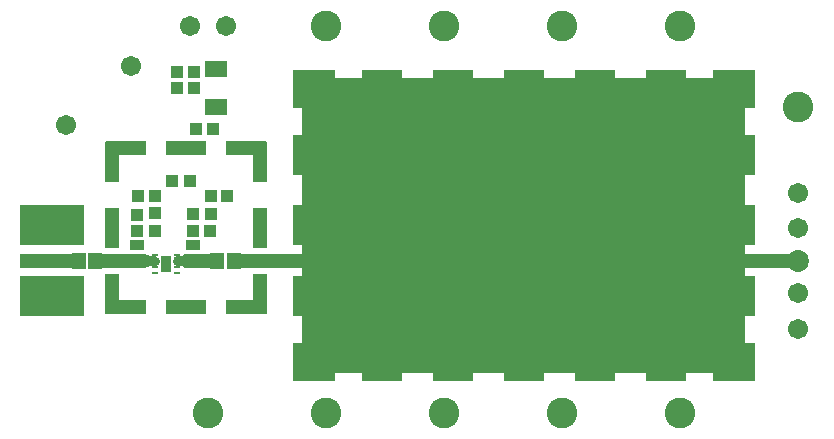
<source format=gts>
G04*
G04 #@! TF.GenerationSoftware,Altium Limited,Altium Designer,21.7.2 (23)*
G04*
G04 Layer_Color=8388736*
%FSLAX43Y43*%
%MOMM*%
G71*
G04*
G04 #@! TF.SameCoordinates,5998CA45-D286-49D3-9E6F-6FB49040685C*
G04*
G04*
G04 #@! TF.FilePolarity,Negative*
G04*
G01*
G75*
%ADD14R,5.425X3.500*%
%ADD15R,0.556X0.179*%
%ADD16R,1.003X1.103*%
%ADD17R,4.242X3.492*%
%ADD18R,1.223X0.843*%
%ADD19R,1.528X1.148*%
%ADD20R,1.103X1.003*%
%ADD21R,1.903X1.453*%
%ADD22R,1.308X1.408*%
%ADD23R,0.813X1.397*%
%ADD24R,1.203X3.253*%
%ADD25R,1.203X3.503*%
%ADD26R,3.503X1.203*%
%ADD27C,0.703*%
%ADD28R,3.603X1.203*%
%ADD29R,3.049X1.144*%
%ADD30C,1.020*%
%ADD31C,0.762*%
%ADD32C,1.143*%
%ADD33C,0.600*%
%ADD34C,1.703*%
%ADD35C,2.603*%
%ADD36C,1.858*%
G36*
X97024Y75726D02*
X97031Y75726D01*
X97035Y75726D01*
X97040Y75726D01*
X97046Y75725D01*
X97053Y75724D01*
X97057Y75724D01*
X97062Y75723D01*
X97068Y75722D01*
X97074Y75720D01*
X97079Y75719D01*
X97084Y75718D01*
X97090Y75716D01*
X97096Y75715D01*
X97100Y75713D01*
X97105Y75711D01*
X97111Y75709D01*
X97117Y75707D01*
X97121Y75705D01*
X97125Y75703D01*
X97131Y75700D01*
X97137Y75697D01*
X97141Y75695D01*
X97145Y75693D01*
X97150Y75689D01*
X97156Y75686D01*
X97160Y75683D01*
X97164Y75681D01*
X97169Y75677D01*
X97174Y75673D01*
X97178Y75670D01*
X97181Y75667D01*
X97186Y75663D01*
X97191Y75659D01*
X97194Y75656D01*
X97198Y75652D01*
X97202Y75648D01*
X97206Y75643D01*
X97210Y75639D01*
X97213Y75636D01*
X97217Y75631D01*
X97221Y75626D01*
X97223Y75622D01*
X97226Y75618D01*
X97230Y75613D01*
X97233Y75608D01*
X97236Y75604D01*
X97238Y75600D01*
X97241Y75594D01*
X97244Y75589D01*
X97246Y75584D01*
X97248Y75580D01*
X97251Y75574D01*
X97253Y75568D01*
X97255Y75564D01*
X97257Y75559D01*
X97259Y75553D01*
X97261Y75547D01*
X97262Y75543D01*
X97264Y75538D01*
X97265Y75532D01*
X97267Y75526D01*
X97267Y75521D01*
X97268Y75517D01*
X97269Y75510D01*
X97270Y75504D01*
X97271Y75499D01*
X97271Y75495D01*
X97271Y75488D01*
X97272Y75482D01*
X97272Y75477D01*
X97272Y75473D01*
Y74527D01*
X97272Y74523D01*
X97272Y74518D01*
X97271Y74512D01*
X97271Y74505D01*
X97271Y74501D01*
X97270Y74496D01*
X97269Y74490D01*
X97268Y74483D01*
X97267Y74479D01*
X97267Y74474D01*
X97265Y74468D01*
X97264Y74462D01*
X97262Y74457D01*
X97261Y74453D01*
X97259Y74447D01*
X97257Y74441D01*
X97255Y74436D01*
X97253Y74432D01*
X97251Y74426D01*
X97248Y74420D01*
X97246Y74416D01*
X97244Y74411D01*
X97241Y74406D01*
X97238Y74400D01*
X97236Y74396D01*
X97233Y74392D01*
X97230Y74387D01*
X97226Y74382D01*
X97223Y74378D01*
X97221Y74374D01*
X97217Y74369D01*
X97213Y74364D01*
X97209Y74361D01*
X97206Y74357D01*
X97202Y74352D01*
X97198Y74348D01*
X97194Y74344D01*
X97191Y74341D01*
X97186Y74337D01*
X97181Y74333D01*
X97178Y74330D01*
X97174Y74327D01*
X97169Y74323D01*
X97164Y74319D01*
X97160Y74317D01*
X97156Y74314D01*
X97150Y74311D01*
X97145Y74307D01*
X97141Y74305D01*
X97137Y74303D01*
X97131Y74300D01*
X97125Y74297D01*
X97121Y74295D01*
X97117Y74293D01*
X97111Y74291D01*
X97105Y74289D01*
X97100Y74287D01*
X97096Y74285D01*
X97090Y74284D01*
X97084Y74282D01*
X97079Y74281D01*
X97074Y74280D01*
X97068Y74278D01*
X97062Y74277D01*
X97057Y74276D01*
X97053Y74276D01*
X97046Y74275D01*
X97040Y74274D01*
X97035Y74274D01*
X97031Y74274D01*
X97024Y74274D01*
X97018Y74273D01*
X97013Y74273D01*
X97008Y74273D01*
X97002Y74274D01*
X96996Y74274D01*
X96991Y74275D01*
X96986Y74275D01*
X96980Y74276D01*
X96974Y74277D01*
X96969Y74278D01*
X96964Y74279D01*
X96958Y74281D01*
X96952Y74282D01*
X96948Y74283D01*
X96943Y74285D01*
X96937Y74287D01*
X96931Y74289D01*
X96927Y74290D01*
X96922Y74292D01*
X96916Y74295D01*
X96911Y74297D01*
X96906Y74299D01*
X96902Y74301D01*
X96896Y74304D01*
X96891Y74307D01*
X96887Y74310D01*
X96883Y74312D01*
X96877Y74316D01*
X96872Y74319D01*
X96868Y74322D01*
X96864Y74325D01*
X96860Y74329D01*
X96855Y74333D01*
X96851Y74336D01*
X96847Y74339D01*
X96826Y74359D01*
X96812Y74369D01*
X96793Y74379D01*
X96769Y74390D01*
X96739Y74400D01*
X96703Y74409D01*
X96661Y74417D01*
X96613Y74423D01*
X96559Y74427D01*
X96494Y74428D01*
X96485Y74429D01*
X96477Y74429D01*
X96474Y74430D01*
X96472Y74430D01*
X96463Y74431D01*
X96455Y74432D01*
X96452Y74433D01*
X96450Y74433D01*
X96442Y74435D01*
X96434Y74437D01*
X96431Y74438D01*
X96428Y74438D01*
X96420Y74441D01*
X96412Y74444D01*
X96410Y74445D01*
X96407Y74446D01*
X96400Y74449D01*
X96392Y74452D01*
X96389Y74453D01*
X96387Y74454D01*
X96380Y74458D01*
X96372Y74462D01*
X96370Y74464D01*
X96367Y74465D01*
X96360Y74470D01*
X96354Y74474D01*
X96351Y74476D01*
X96349Y74477D01*
X96342Y74483D01*
X96336Y74488D01*
X96334Y74490D01*
X96332Y74491D01*
X96326Y74497D01*
X96320Y74503D01*
X96318Y74505D01*
X96316Y74507D01*
X96310Y74513D01*
X96305Y74519D01*
X96303Y74521D01*
X96301Y74523D01*
X96296Y74530D01*
X96291Y74537D01*
X96290Y74539D01*
X96288Y74541D01*
X96284Y74548D01*
X96279Y74555D01*
X96278Y74558D01*
X96276Y74560D01*
X96273Y74568D01*
X96269Y74575D01*
X96268Y74578D01*
X96267Y74580D01*
X96264Y74588D01*
X96260Y74596D01*
X96260Y74598D01*
X96259Y74601D01*
X96256Y74609D01*
X96254Y74617D01*
X96253Y74619D01*
X96252Y74622D01*
X96251Y74630D01*
X96249Y74638D01*
X96249Y74641D01*
X96248Y74644D01*
X96247Y74652D01*
X96246Y74660D01*
X96246Y74663D01*
X96246Y74666D01*
X96245Y74674D01*
X96245Y74683D01*
Y75317D01*
X96245Y75326D01*
X96246Y75334D01*
X96246Y75337D01*
X96246Y75340D01*
X96247Y75348D01*
X96248Y75356D01*
X96249Y75359D01*
X96249Y75362D01*
X96251Y75370D01*
X96252Y75378D01*
X96253Y75381D01*
X96254Y75383D01*
X96256Y75391D01*
X96259Y75399D01*
X96260Y75402D01*
X96260Y75404D01*
X96264Y75412D01*
X96267Y75420D01*
X96268Y75422D01*
X96269Y75425D01*
X96273Y75432D01*
X96276Y75440D01*
X96278Y75442D01*
X96279Y75445D01*
X96284Y75452D01*
X96288Y75459D01*
X96290Y75461D01*
X96291Y75463D01*
X96296Y75470D01*
X96301Y75477D01*
X96303Y75479D01*
X96305Y75481D01*
X96310Y75487D01*
X96316Y75493D01*
X96318Y75495D01*
X96320Y75497D01*
X96326Y75503D01*
X96332Y75509D01*
X96334Y75510D01*
X96336Y75512D01*
X96343Y75517D01*
X96349Y75523D01*
X96351Y75524D01*
X96354Y75526D01*
X96361Y75530D01*
X96367Y75535D01*
X96370Y75536D01*
X96372Y75538D01*
X96380Y75542D01*
X96387Y75546D01*
X96389Y75547D01*
X96392Y75548D01*
X96400Y75551D01*
X96407Y75554D01*
X96410Y75555D01*
X96412Y75556D01*
X96420Y75559D01*
X96428Y75562D01*
X96431Y75562D01*
X96434Y75563D01*
X96442Y75565D01*
X96450Y75567D01*
X96452Y75567D01*
X96455Y75568D01*
X96463Y75569D01*
X96472Y75570D01*
X96474Y75570D01*
X96477Y75571D01*
X96485Y75571D01*
X96494Y75572D01*
X96556Y75573D01*
X96665Y75583D01*
X96703Y75591D01*
X96739Y75600D01*
X96769Y75610D01*
X96793Y75621D01*
X96812Y75631D01*
X96826Y75641D01*
X96847Y75661D01*
X96851Y75664D01*
X96855Y75667D01*
X96860Y75671D01*
X96864Y75675D01*
X96868Y75678D01*
X96872Y75681D01*
X96877Y75684D01*
X96883Y75688D01*
X96887Y75690D01*
X96891Y75693D01*
X96896Y75696D01*
X96902Y75699D01*
X96906Y75701D01*
X96911Y75703D01*
X96916Y75705D01*
X96922Y75708D01*
X96927Y75710D01*
X96931Y75711D01*
X96937Y75713D01*
X96943Y75715D01*
X96948Y75717D01*
X96952Y75718D01*
X96958Y75719D01*
X96964Y75721D01*
X96969Y75722D01*
X96974Y75723D01*
X96980Y75724D01*
X96986Y75725D01*
X96991Y75725D01*
X96996Y75726D01*
X97002Y75726D01*
X97008Y75727D01*
X97013Y75727D01*
X97018Y75727D01*
X97024Y75726D01*
D02*
G37*
G36*
X36163Y75701D02*
X36173Y75700D01*
X36174Y75700D01*
X36175Y75700D01*
X36185Y75699D01*
X36195Y75698D01*
X36196Y75697D01*
X36197Y75697D01*
X36207Y75695D01*
X36217Y75693D01*
X36218Y75693D01*
X36219Y75693D01*
X36229Y75689D01*
X36238Y75687D01*
X36239Y75686D01*
X36240Y75686D01*
X36249Y75682D01*
X36258Y75678D01*
X36259Y75678D01*
X36261Y75677D01*
X36269Y75673D01*
X36278Y75668D01*
X36279Y75668D01*
X36280Y75667D01*
X36289Y75662D01*
X36297Y75657D01*
X36298Y75656D01*
X36299Y75655D01*
X36307Y75649D01*
X36315Y75643D01*
X36316Y75642D01*
X36316Y75642D01*
X36324Y75635D01*
X36331Y75628D01*
X36332Y75628D01*
X36333Y75627D01*
X36340Y75619D01*
X36346Y75612D01*
X36347Y75611D01*
X36348Y75610D01*
X36354Y75602D01*
X36360Y75595D01*
X36361Y75594D01*
X36361Y75593D01*
X36367Y75584D01*
X36372Y75576D01*
X36373Y75575D01*
X36373Y75574D01*
X36378Y75565D01*
X36382Y75557D01*
X36383Y75555D01*
X36383Y75554D01*
X36387Y75545D01*
X36391Y75536D01*
X36391Y75535D01*
X36392Y75534D01*
X36395Y75524D01*
X36398Y75515D01*
X36398Y75514D01*
X36399Y75513D01*
X36401Y75503D01*
X36403Y75493D01*
X36403Y75492D01*
X36403Y75491D01*
X36405Y75481D01*
X36406Y75471D01*
X36406Y75470D01*
X36406Y75469D01*
X36407Y75459D01*
X36407Y75449D01*
X36407Y75448D01*
X36407Y75447D01*
Y74553D01*
X36407Y74552D01*
X36407Y74551D01*
X36407Y74541D01*
X36406Y74531D01*
X36406Y74530D01*
X36406Y74529D01*
X36405Y74519D01*
X36403Y74509D01*
X36403Y74508D01*
X36403Y74507D01*
X36401Y74497D01*
X36399Y74487D01*
X36398Y74486D01*
X36398Y74485D01*
X36395Y74476D01*
X36392Y74466D01*
X36392Y74465D01*
X36391Y74464D01*
X36387Y74455D01*
X36383Y74446D01*
X36383Y74445D01*
X36382Y74443D01*
X36378Y74435D01*
X36373Y74426D01*
X36373Y74425D01*
X36372Y74424D01*
X36367Y74416D01*
X36361Y74407D01*
X36361Y74406D01*
X36360Y74405D01*
X36354Y74398D01*
X36348Y74390D01*
X36347Y74389D01*
X36346Y74388D01*
X36340Y74381D01*
X36333Y74373D01*
X36332Y74372D01*
X36331Y74372D01*
X36324Y74365D01*
X36316Y74358D01*
X36316Y74358D01*
X36315Y74357D01*
X36307Y74351D01*
X36299Y74345D01*
X36298Y74344D01*
X36297Y74343D01*
X36289Y74338D01*
X36280Y74333D01*
X36279Y74332D01*
X36278Y74332D01*
X36269Y74327D01*
X36261Y74323D01*
X36259Y74322D01*
X36258Y74322D01*
X36249Y74318D01*
X36240Y74314D01*
X36239Y74314D01*
X36238Y74313D01*
X36228Y74310D01*
X36219Y74307D01*
X36218Y74307D01*
X36217Y74307D01*
X36207Y74305D01*
X36197Y74303D01*
X36196Y74303D01*
X36195Y74302D01*
X36185Y74301D01*
X36175Y74300D01*
X36174Y74300D01*
X36173Y74300D01*
X36163Y74299D01*
X36153Y74299D01*
X36152Y74299D01*
X36151Y74299D01*
X36141Y74299D01*
X36131Y74300D01*
X36130Y74300D01*
X36129Y74300D01*
X36119Y74301D01*
X36109Y74303D01*
X36108Y74303D01*
X36107Y74303D01*
X36097Y74305D01*
X36087Y74307D01*
X36086Y74308D01*
X36085Y74308D01*
X36076Y74311D01*
X36066Y74314D01*
X36065Y74315D01*
X36064Y74315D01*
X36055Y74319D01*
X36046Y74323D01*
X36045Y74323D01*
X36043Y74324D01*
X36035Y74328D01*
X36026Y74333D01*
X36025Y74334D01*
X36024Y74334D01*
X36016Y74339D01*
X36007Y74345D01*
X36006Y74346D01*
X36005Y74346D01*
X35998Y74352D01*
X35990Y74358D01*
X35989Y74359D01*
X35988Y74360D01*
X35981Y74367D01*
X35973Y74373D01*
X35972Y74374D01*
X35972Y74375D01*
X35965Y74382D01*
X35958Y74390D01*
X35958Y74391D01*
X35957Y74391D01*
X35951Y74399D01*
X35943Y74401D01*
X35890Y74410D01*
X35822Y74417D01*
X35631Y74427D01*
X35515Y74428D01*
X35506Y74429D01*
X35496Y74429D01*
X35495Y74429D01*
X35493Y74429D01*
X35483Y74431D01*
X35474Y74432D01*
X35473Y74432D01*
X35471Y74433D01*
X35462Y74435D01*
X35452Y74437D01*
X35451Y74437D01*
X35450Y74438D01*
X35440Y74441D01*
X35431Y74444D01*
X35430Y74444D01*
X35429Y74445D01*
X35420Y74448D01*
X35411Y74452D01*
X35409Y74453D01*
X35408Y74453D01*
X35399Y74458D01*
X35391Y74462D01*
X35390Y74463D01*
X35389Y74464D01*
X35380Y74469D01*
X35372Y74474D01*
X35371Y74475D01*
X35370Y74476D01*
X35362Y74482D01*
X35355Y74488D01*
X35354Y74489D01*
X35353Y74490D01*
X35345Y74496D01*
X35338Y74503D01*
X35337Y74504D01*
X35336Y74505D01*
X35330Y74512D01*
X35323Y74519D01*
X35322Y74520D01*
X35322Y74521D01*
X35316Y74529D01*
X35310Y74537D01*
X35309Y74538D01*
X35308Y74539D01*
X35303Y74547D01*
X35298Y74555D01*
X35297Y74557D01*
X35297Y74558D01*
X35292Y74566D01*
X35288Y74575D01*
X35287Y74576D01*
X35286Y74578D01*
X35283Y74587D01*
X35279Y74596D01*
X35279Y74597D01*
X35278Y74598D01*
X35275Y74607D01*
X35272Y74617D01*
X35272Y74618D01*
X35272Y74619D01*
X35270Y74629D01*
X35268Y74638D01*
X35267Y74640D01*
X35267Y74641D01*
X35266Y74651D01*
X35265Y74660D01*
X35265Y74662D01*
X35265Y74663D01*
X35264Y74673D01*
X35264Y74683D01*
Y75317D01*
X35264Y75327D01*
X35265Y75337D01*
X35265Y75338D01*
X35265Y75340D01*
X35266Y75349D01*
X35267Y75359D01*
X35267Y75360D01*
X35268Y75362D01*
X35270Y75371D01*
X35272Y75381D01*
X35272Y75382D01*
X35272Y75383D01*
X35275Y75393D01*
X35278Y75402D01*
X35279Y75403D01*
X35279Y75404D01*
X35283Y75413D01*
X35286Y75422D01*
X35287Y75424D01*
X35288Y75425D01*
X35292Y75434D01*
X35297Y75442D01*
X35297Y75443D01*
X35298Y75445D01*
X35303Y75453D01*
X35308Y75461D01*
X35309Y75462D01*
X35310Y75463D01*
X35316Y75471D01*
X35322Y75479D01*
X35322Y75480D01*
X35323Y75481D01*
X35330Y75488D01*
X35336Y75495D01*
X35337Y75496D01*
X35338Y75497D01*
X35345Y75504D01*
X35353Y75510D01*
X35354Y75511D01*
X35355Y75512D01*
X35362Y75518D01*
X35370Y75524D01*
X35371Y75525D01*
X35372Y75526D01*
X35380Y75531D01*
X35389Y75536D01*
X35390Y75537D01*
X35391Y75538D01*
X35399Y75542D01*
X35408Y75547D01*
X35409Y75547D01*
X35411Y75548D01*
X35420Y75552D01*
X35429Y75555D01*
X35430Y75556D01*
X35431Y75556D01*
X35440Y75559D01*
X35450Y75562D01*
X35451Y75563D01*
X35452Y75563D01*
X35462Y75565D01*
X35471Y75567D01*
X35473Y75568D01*
X35474Y75568D01*
X35483Y75569D01*
X35493Y75571D01*
X35495Y75571D01*
X35496Y75571D01*
X35506Y75571D01*
X35515Y75572D01*
X35629Y75573D01*
X35895Y75591D01*
X35943Y75599D01*
X35951Y75601D01*
X35957Y75609D01*
X35958Y75609D01*
X35958Y75610D01*
X35965Y75618D01*
X35972Y75625D01*
X35972Y75626D01*
X35973Y75627D01*
X35981Y75634D01*
X35988Y75640D01*
X35989Y75641D01*
X35990Y75642D01*
X35998Y75648D01*
X36005Y75654D01*
X36006Y75654D01*
X36007Y75655D01*
X36016Y75661D01*
X36024Y75666D01*
X36025Y75667D01*
X36026Y75667D01*
X36035Y75672D01*
X36043Y75676D01*
X36045Y75677D01*
X36046Y75677D01*
X36055Y75681D01*
X36064Y75685D01*
X36065Y75685D01*
X36066Y75686D01*
X36076Y75689D01*
X36085Y75692D01*
X36086Y75692D01*
X36087Y75693D01*
X36097Y75695D01*
X36107Y75697D01*
X36108Y75697D01*
X36109Y75697D01*
X36119Y75699D01*
X36129Y75700D01*
X36130Y75700D01*
X36131Y75700D01*
X36141Y75701D01*
X36151Y75701D01*
X36152Y75701D01*
X36153Y75701D01*
X36163Y75701D01*
D02*
G37*
G36*
X47913Y75701D02*
X47923Y75700D01*
X47924Y75700D01*
X47925Y75700D01*
X47935Y75699D01*
X47945Y75698D01*
X47946Y75697D01*
X47947Y75697D01*
X47957Y75695D01*
X47967Y75693D01*
X47968Y75693D01*
X47969Y75693D01*
X47978Y75690D01*
X47988Y75687D01*
X47989Y75686D01*
X47990Y75686D01*
X47999Y75682D01*
X48008Y75678D01*
X48009Y75678D01*
X48010Y75677D01*
X48019Y75673D01*
X48028Y75668D01*
X48029Y75668D01*
X48030Y75667D01*
X48038Y75662D01*
X48047Y75657D01*
X48048Y75656D01*
X48049Y75655D01*
X48057Y75649D01*
X48065Y75643D01*
X48066Y75642D01*
X48066Y75642D01*
X48074Y75635D01*
X48081Y75628D01*
X48082Y75628D01*
X48083Y75627D01*
X48089Y75619D01*
X48096Y75612D01*
X48097Y75611D01*
X48098Y75610D01*
X48104Y75603D01*
X48110Y75595D01*
X48111Y75594D01*
X48111Y75593D01*
X48117Y75585D01*
X48122Y75576D01*
X48123Y75575D01*
X48123Y75574D01*
X48128Y75565D01*
X48132Y75557D01*
X48133Y75555D01*
X48133Y75554D01*
X48137Y75545D01*
X48141Y75536D01*
X48141Y75535D01*
X48142Y75534D01*
X48145Y75524D01*
X48148Y75515D01*
X48148Y75514D01*
X48149Y75513D01*
X48151Y75503D01*
X48153Y75493D01*
X48153Y75492D01*
X48153Y75491D01*
X48155Y75482D01*
X48156Y75471D01*
X48156Y75470D01*
X48156Y75469D01*
X48157Y75459D01*
X48157Y75449D01*
X48157Y75448D01*
X48157Y75447D01*
Y74553D01*
X48157Y74552D01*
X48157Y74551D01*
X48157Y74541D01*
X48156Y74531D01*
X48156Y74530D01*
X48156Y74529D01*
X48155Y74519D01*
X48153Y74509D01*
X48153Y74508D01*
X48153Y74507D01*
X48151Y74497D01*
X48149Y74487D01*
X48148Y74486D01*
X48148Y74485D01*
X48145Y74476D01*
X48142Y74466D01*
X48141Y74465D01*
X48141Y74464D01*
X48137Y74455D01*
X48133Y74446D01*
X48133Y74445D01*
X48132Y74443D01*
X48128Y74435D01*
X48123Y74426D01*
X48123Y74425D01*
X48122Y74424D01*
X48117Y74416D01*
X48111Y74407D01*
X48111Y74406D01*
X48110Y74405D01*
X48104Y74398D01*
X48098Y74390D01*
X48097Y74389D01*
X48096Y74388D01*
X48090Y74381D01*
X48083Y74373D01*
X48082Y74372D01*
X48081Y74372D01*
X48074Y74365D01*
X48066Y74358D01*
X48066Y74358D01*
X48065Y74357D01*
X48057Y74351D01*
X48049Y74345D01*
X48048Y74344D01*
X48047Y74343D01*
X48039Y74338D01*
X48030Y74333D01*
X48029Y74332D01*
X48028Y74332D01*
X48019Y74327D01*
X48010Y74323D01*
X48009Y74322D01*
X48008Y74322D01*
X47999Y74318D01*
X47990Y74314D01*
X47989Y74314D01*
X47988Y74313D01*
X47978Y74310D01*
X47969Y74307D01*
X47968Y74307D01*
X47967Y74307D01*
X47957Y74305D01*
X47947Y74303D01*
X47946Y74303D01*
X47945Y74302D01*
X47935Y74301D01*
X47925Y74300D01*
X47924Y74300D01*
X47923Y74300D01*
X47913Y74299D01*
X47903Y74299D01*
X47902Y74299D01*
X47901Y74299D01*
X47891Y74299D01*
X47881Y74300D01*
X47880Y74300D01*
X47879Y74300D01*
X47869Y74301D01*
X47859Y74303D01*
X47858Y74303D01*
X47857Y74303D01*
X47847Y74305D01*
X47837Y74307D01*
X47836Y74308D01*
X47835Y74308D01*
X47826Y74311D01*
X47816Y74314D01*
X47815Y74315D01*
X47814Y74315D01*
X47805Y74319D01*
X47796Y74323D01*
X47795Y74323D01*
X47793Y74324D01*
X47785Y74328D01*
X47776Y74333D01*
X47775Y74333D01*
X47774Y74334D01*
X47766Y74339D01*
X47757Y74345D01*
X47756Y74345D01*
X47755Y74346D01*
X47748Y74352D01*
X47740Y74358D01*
X47739Y74359D01*
X47738Y74360D01*
X47731Y74366D01*
X47723Y74373D01*
X47722Y74374D01*
X47722Y74375D01*
X47715Y74382D01*
X47708Y74390D01*
X47708Y74391D01*
X47707Y74391D01*
X47701Y74399D01*
X47693Y74401D01*
X47640Y74410D01*
X47572Y74417D01*
X47381Y74427D01*
X47265Y74428D01*
X47256Y74429D01*
X47246Y74429D01*
X47245Y74429D01*
X47243Y74429D01*
X47233Y74431D01*
X47224Y74432D01*
X47223Y74432D01*
X47221Y74433D01*
X47212Y74435D01*
X47202Y74437D01*
X47201Y74437D01*
X47200Y74438D01*
X47190Y74441D01*
X47181Y74444D01*
X47180Y74444D01*
X47179Y74445D01*
X47170Y74448D01*
X47161Y74452D01*
X47159Y74453D01*
X47158Y74453D01*
X47149Y74458D01*
X47141Y74462D01*
X47140Y74463D01*
X47139Y74464D01*
X47130Y74469D01*
X47122Y74474D01*
X47121Y74475D01*
X47120Y74476D01*
X47112Y74482D01*
X47105Y74488D01*
X47104Y74489D01*
X47103Y74490D01*
X47095Y74496D01*
X47088Y74503D01*
X47087Y74504D01*
X47086Y74505D01*
X47080Y74512D01*
X47073Y74519D01*
X47072Y74520D01*
X47072Y74521D01*
X47066Y74529D01*
X47060Y74537D01*
X47059Y74538D01*
X47058Y74539D01*
X47053Y74547D01*
X47048Y74555D01*
X47047Y74557D01*
X47047Y74558D01*
X47042Y74566D01*
X47038Y74575D01*
X47037Y74576D01*
X47036Y74578D01*
X47033Y74587D01*
X47029Y74596D01*
X47029Y74597D01*
X47028Y74598D01*
X47025Y74607D01*
X47022Y74617D01*
X47022Y74618D01*
X47022Y74619D01*
X47020Y74629D01*
X47018Y74638D01*
X47017Y74640D01*
X47017Y74641D01*
X47016Y74651D01*
X47015Y74660D01*
X47015Y74662D01*
X47015Y74663D01*
X47014Y74673D01*
X47014Y74683D01*
Y75317D01*
X47014Y75327D01*
X47015Y75337D01*
X47015Y75338D01*
X47015Y75340D01*
X47016Y75349D01*
X47017Y75359D01*
X47017Y75360D01*
X47018Y75362D01*
X47020Y75371D01*
X47022Y75381D01*
X47022Y75382D01*
X47022Y75383D01*
X47025Y75393D01*
X47028Y75402D01*
X47029Y75403D01*
X47029Y75404D01*
X47033Y75413D01*
X47036Y75422D01*
X47037Y75424D01*
X47038Y75425D01*
X47042Y75434D01*
X47047Y75442D01*
X47047Y75443D01*
X47048Y75445D01*
X47053Y75453D01*
X47058Y75461D01*
X47059Y75462D01*
X47060Y75463D01*
X47066Y75471D01*
X47072Y75479D01*
X47072Y75480D01*
X47073Y75481D01*
X47080Y75488D01*
X47086Y75495D01*
X47087Y75496D01*
X47088Y75497D01*
X47095Y75504D01*
X47103Y75510D01*
X47104Y75511D01*
X47105Y75512D01*
X47112Y75518D01*
X47120Y75524D01*
X47121Y75525D01*
X47122Y75526D01*
X47130Y75531D01*
X47139Y75536D01*
X47140Y75537D01*
X47141Y75538D01*
X47149Y75542D01*
X47158Y75547D01*
X47159Y75547D01*
X47161Y75548D01*
X47170Y75552D01*
X47179Y75555D01*
X47180Y75556D01*
X47181Y75556D01*
X47190Y75559D01*
X47200Y75562D01*
X47201Y75563D01*
X47202Y75563D01*
X47212Y75565D01*
X47221Y75567D01*
X47223Y75568D01*
X47224Y75568D01*
X47233Y75569D01*
X47243Y75571D01*
X47245Y75571D01*
X47246Y75571D01*
X47256Y75571D01*
X47265Y75572D01*
X47379Y75573D01*
X47645Y75591D01*
X47693Y75599D01*
X47701Y75601D01*
X47707Y75609D01*
X47708Y75609D01*
X47708Y75610D01*
X47715Y75618D01*
X47722Y75625D01*
X47722Y75626D01*
X47723Y75627D01*
X47731Y75633D01*
X47738Y75640D01*
X47739Y75641D01*
X47740Y75642D01*
X47747Y75648D01*
X47755Y75654D01*
X47756Y75655D01*
X47757Y75655D01*
X47765Y75660D01*
X47774Y75666D01*
X47775Y75667D01*
X47776Y75667D01*
X47785Y75672D01*
X47793Y75676D01*
X47795Y75677D01*
X47796Y75677D01*
X47805Y75681D01*
X47814Y75685D01*
X47815Y75685D01*
X47816Y75686D01*
X47826Y75689D01*
X47835Y75692D01*
X47836Y75692D01*
X47837Y75693D01*
X47847Y75695D01*
X47857Y75697D01*
X47858Y75697D01*
X47859Y75697D01*
X47868Y75699D01*
X47879Y75700D01*
X47880Y75700D01*
X47881Y75700D01*
X47891Y75701D01*
X47901Y75701D01*
X47902Y75701D01*
X47903Y75701D01*
X47913Y75701D01*
D02*
G37*
G36*
X45380Y75443D02*
X45383Y75443D01*
X45392Y75443D01*
X45400Y75442D01*
X45403Y75442D01*
X45405Y75442D01*
X45414Y75440D01*
X45422Y75439D01*
X45425Y75439D01*
X45427Y75438D01*
X45436Y75436D01*
X45444Y75434D01*
X45446Y75434D01*
X45448Y75433D01*
X45457Y75430D01*
X45465Y75428D01*
X45467Y75427D01*
X45469Y75426D01*
X45477Y75423D01*
X45486Y75419D01*
X45488Y75418D01*
X45490Y75417D01*
X45498Y75413D01*
X45505Y75409D01*
X45507Y75408D01*
X45509Y75407D01*
X45517Y75402D01*
X45524Y75397D01*
X45526Y75396D01*
X45528Y75394D01*
X45535Y75389D01*
X45542Y75384D01*
X45543Y75382D01*
X45545Y75381D01*
X45551Y75375D01*
X45558Y75369D01*
X45560Y75367D01*
X45561Y75365D01*
X45567Y75359D01*
X45573Y75352D01*
X45574Y75350D01*
X45576Y75349D01*
X45581Y75342D01*
X45586Y75335D01*
X45588Y75333D01*
X45589Y75331D01*
X45594Y75323D01*
X45598Y75316D01*
X45599Y75314D01*
X45601Y75312D01*
X45604Y75304D01*
X45609Y75296D01*
X45609Y75294D01*
X45610Y75292D01*
X45614Y75284D01*
X45617Y75276D01*
X45618Y75274D01*
X45619Y75272D01*
X45621Y75263D01*
X45624Y75255D01*
X45624Y75253D01*
X45625Y75250D01*
X45627Y75241D01*
X45629Y75233D01*
X45629Y75231D01*
X45629Y75229D01*
X45630Y75220D01*
X45631Y75211D01*
X45632Y75209D01*
X45632Y75206D01*
X45632Y75198D01*
X45632Y75189D01*
Y74811D01*
X45632Y74802D01*
X45632Y74794D01*
X45632Y74791D01*
X45631Y74789D01*
X45630Y74780D01*
X45629Y74771D01*
X45629Y74769D01*
X45629Y74767D01*
X45627Y74758D01*
X45625Y74750D01*
X45624Y74748D01*
X45624Y74745D01*
X45621Y74737D01*
X45619Y74728D01*
X45618Y74726D01*
X45617Y74724D01*
X45614Y74716D01*
X45610Y74708D01*
X45609Y74706D01*
X45609Y74704D01*
X45604Y74696D01*
X45601Y74688D01*
X45599Y74686D01*
X45598Y74684D01*
X45594Y74677D01*
X45589Y74669D01*
X45588Y74667D01*
X45586Y74665D01*
X45581Y74658D01*
X45576Y74651D01*
X45574Y74649D01*
X45573Y74648D01*
X45567Y74641D01*
X45561Y74635D01*
X45560Y74633D01*
X45558Y74631D01*
X45551Y74625D01*
X45545Y74619D01*
X45543Y74618D01*
X45542Y74616D01*
X45535Y74611D01*
X45528Y74605D01*
X45526Y74604D01*
X45524Y74603D01*
X45517Y74598D01*
X45509Y74593D01*
X45507Y74592D01*
X45505Y74591D01*
X45498Y74587D01*
X45490Y74583D01*
X45488Y74582D01*
X45486Y74581D01*
X45477Y74577D01*
X45469Y74574D01*
X45467Y74573D01*
X45465Y74572D01*
X45457Y74570D01*
X45448Y74567D01*
X45446Y74566D01*
X45444Y74566D01*
X45436Y74564D01*
X45427Y74562D01*
X45425Y74561D01*
X45422Y74561D01*
X45414Y74560D01*
X45405Y74558D01*
X45403Y74558D01*
X45400Y74558D01*
X45392Y74557D01*
X45383Y74557D01*
X45380Y74557D01*
X45378Y74557D01*
X45369Y74557D01*
X45361Y74557D01*
X45358Y74558D01*
X45356Y74558D01*
X45347Y74559D01*
X45339Y74560D01*
X45336Y74560D01*
X45334Y74561D01*
X45326Y74563D01*
X45317Y74564D01*
X45315Y74565D01*
X45312Y74566D01*
X45304Y74568D01*
X45296Y74571D01*
X45293Y74572D01*
X45291Y74572D01*
X45283Y74576D01*
X45275Y74579D01*
X45273Y74580D01*
X45271Y74581D01*
X45263Y74585D01*
X45255Y74589D01*
X45253Y74590D01*
X45251Y74591D01*
X45245Y74595D01*
X45243Y74595D01*
X45219Y74600D01*
X45185Y74605D01*
X45078Y74613D01*
X44845Y74619D01*
X44837Y74619D01*
X44829Y74620D01*
X44826Y74620D01*
X44823Y74620D01*
X44815Y74622D01*
X44807Y74623D01*
X44804Y74623D01*
X44801Y74624D01*
X44793Y74626D01*
X44785Y74627D01*
X44782Y74628D01*
X44780Y74629D01*
X44772Y74632D01*
X44764Y74634D01*
X44761Y74635D01*
X44759Y74636D01*
X44751Y74639D01*
X44744Y74643D01*
X44741Y74644D01*
X44738Y74645D01*
X44731Y74649D01*
X44724Y74653D01*
X44721Y74654D01*
X44719Y74656D01*
X44712Y74660D01*
X44705Y74665D01*
X44703Y74667D01*
X44700Y74668D01*
X44694Y74673D01*
X44688Y74678D01*
X44685Y74680D01*
X44683Y74682D01*
X44677Y74688D01*
X44671Y74693D01*
X44669Y74695D01*
X44667Y74697D01*
X44662Y74704D01*
X44656Y74710D01*
X44654Y74712D01*
X44653Y74714D01*
X44648Y74721D01*
X44643Y74727D01*
X44641Y74730D01*
X44639Y74732D01*
X44635Y74739D01*
X44631Y74746D01*
X44629Y74748D01*
X44628Y74751D01*
X44624Y74758D01*
X44621Y74766D01*
X44619Y74768D01*
X44618Y74771D01*
X44615Y74779D01*
X44612Y74786D01*
X44611Y74789D01*
X44610Y74792D01*
X44608Y74799D01*
X44605Y74807D01*
X44605Y74810D01*
X44604Y74813D01*
X44602Y74821D01*
X44601Y74829D01*
X44600Y74832D01*
X44600Y74835D01*
X44599Y74843D01*
X44598Y74851D01*
X44598Y74854D01*
X44597Y74857D01*
X44597Y74865D01*
X44597Y74873D01*
Y75127D01*
X44597Y75137D01*
X44598Y75147D01*
X44598Y75148D01*
X44598Y75149D01*
X44599Y75159D01*
X44600Y75169D01*
X44600Y75170D01*
X44601Y75171D01*
X44603Y75181D01*
X44605Y75191D01*
X44605Y75192D01*
X44605Y75193D01*
X44608Y75202D01*
X44611Y75212D01*
X44612Y75213D01*
X44612Y75214D01*
X44616Y75223D01*
X44620Y75233D01*
X44620Y75234D01*
X44621Y75234D01*
X44625Y75243D01*
X44630Y75253D01*
X44630Y75253D01*
X44631Y75254D01*
X44636Y75263D01*
X44642Y75271D01*
X44642Y75272D01*
X44643Y75273D01*
X44649Y75281D01*
X44655Y75289D01*
X44656Y75290D01*
X44656Y75290D01*
X44663Y75298D01*
X44670Y75305D01*
X44671Y75306D01*
X44671Y75307D01*
X44679Y75314D01*
X44686Y75321D01*
X44687Y75321D01*
X44688Y75322D01*
X44696Y75328D01*
X44704Y75334D01*
X44704Y75335D01*
X44705Y75335D01*
X44714Y75341D01*
X44722Y75346D01*
X44723Y75347D01*
X44724Y75347D01*
X44733Y75352D01*
X44742Y75357D01*
X44743Y75357D01*
X44744Y75357D01*
X44753Y75361D01*
X44762Y75365D01*
X44763Y75366D01*
X44764Y75366D01*
X44774Y75369D01*
X44783Y75372D01*
X44784Y75372D01*
X44785Y75373D01*
X44795Y75375D01*
X44805Y75377D01*
X44806Y75377D01*
X44807Y75377D01*
X44817Y75379D01*
X44827Y75380D01*
X44828Y75380D01*
X44829Y75380D01*
X44839Y75381D01*
X44849Y75381D01*
X44930Y75382D01*
X45228Y75402D01*
X45243Y75405D01*
X45245Y75405D01*
X45251Y75409D01*
X45253Y75410D01*
X45255Y75411D01*
X45263Y75415D01*
X45271Y75419D01*
X45273Y75420D01*
X45275Y75421D01*
X45283Y75424D01*
X45291Y75428D01*
X45293Y75428D01*
X45296Y75429D01*
X45304Y75432D01*
X45312Y75434D01*
X45315Y75435D01*
X45317Y75436D01*
X45326Y75437D01*
X45334Y75439D01*
X45336Y75440D01*
X45339Y75440D01*
X45347Y75441D01*
X45356Y75442D01*
X45358Y75442D01*
X45361Y75442D01*
X45369Y75443D01*
X45378Y75443D01*
X45380Y75443D01*
D02*
G37*
G36*
X42009Y75547D02*
X42014Y75547D01*
X42020Y75547D01*
X42026Y75546D01*
X42031Y75546D01*
X42036Y75545D01*
X42042Y75544D01*
X42048Y75543D01*
X42053Y75542D01*
X42058Y75542D01*
X42064Y75540D01*
X42070Y75539D01*
X42074Y75537D01*
X42079Y75536D01*
X42085Y75534D01*
X42091Y75532D01*
X42095Y75530D01*
X42100Y75528D01*
X42106Y75526D01*
X42111Y75523D01*
X42116Y75521D01*
X42120Y75519D01*
X42125Y75516D01*
X42162Y75513D01*
X42306Y75510D01*
X42314Y75510D01*
X42322Y75509D01*
X42325Y75509D01*
X42328Y75509D01*
X42336Y75507D01*
X42344Y75506D01*
X42347Y75506D01*
X42350Y75505D01*
X42358Y75503D01*
X42366Y75502D01*
X42368Y75501D01*
X42371Y75500D01*
X42379Y75497D01*
X42387Y75495D01*
X42390Y75494D01*
X42392Y75493D01*
X42400Y75490D01*
X42407Y75486D01*
X42410Y75485D01*
X42412Y75484D01*
X42420Y75480D01*
X42427Y75476D01*
X42430Y75475D01*
X42432Y75473D01*
X42439Y75469D01*
X42446Y75464D01*
X42448Y75463D01*
X42450Y75461D01*
X42457Y75456D01*
X42463Y75451D01*
X42465Y75449D01*
X42468Y75447D01*
X42472Y75443D01*
X42473Y75443D01*
X42482Y75443D01*
X42490Y75442D01*
X42493Y75442D01*
X42495Y75442D01*
X42504Y75441D01*
X42512Y75440D01*
X42515Y75440D01*
X42517Y75439D01*
X42525Y75437D01*
X42534Y75436D01*
X42536Y75435D01*
X42539Y75434D01*
X42547Y75432D01*
X42555Y75429D01*
X42558Y75428D01*
X42560Y75428D01*
X42568Y75424D01*
X42576Y75421D01*
X42578Y75420D01*
X42580Y75419D01*
X42588Y75415D01*
X42596Y75411D01*
X42598Y75410D01*
X42600Y75409D01*
X42606Y75405D01*
X42608Y75405D01*
X42632Y75400D01*
X42666Y75395D01*
X42773Y75387D01*
X43006Y75381D01*
X43014Y75381D01*
X43022Y75380D01*
X43025Y75380D01*
X43028Y75380D01*
X43036Y75378D01*
X43044Y75377D01*
X43047Y75377D01*
X43050Y75376D01*
X43058Y75374D01*
X43066Y75373D01*
X43069Y75372D01*
X43071Y75371D01*
X43079Y75368D01*
X43087Y75366D01*
X43090Y75365D01*
X43092Y75364D01*
X43100Y75361D01*
X43107Y75357D01*
X43110Y75356D01*
X43113Y75355D01*
X43120Y75351D01*
X43127Y75347D01*
X43130Y75346D01*
X43132Y75344D01*
X43139Y75340D01*
X43146Y75335D01*
X43148Y75333D01*
X43151Y75332D01*
X43157Y75327D01*
X43163Y75322D01*
X43166Y75320D01*
X43168Y75318D01*
X43174Y75312D01*
X43180Y75307D01*
X43182Y75305D01*
X43184Y75303D01*
X43189Y75296D01*
X43195Y75290D01*
X43197Y75288D01*
X43198Y75286D01*
X43203Y75279D01*
X43208Y75273D01*
X43210Y75270D01*
X43212Y75268D01*
X43216Y75261D01*
X43220Y75254D01*
X43222Y75252D01*
X43223Y75249D01*
X43227Y75242D01*
X43230Y75234D01*
X43232Y75232D01*
X43233Y75229D01*
X43236Y75221D01*
X43239Y75214D01*
X43240Y75211D01*
X43241Y75208D01*
X43243Y75201D01*
X43246Y75193D01*
X43246Y75190D01*
X43247Y75187D01*
X43249Y75179D01*
X43250Y75171D01*
X43251Y75168D01*
X43251Y75165D01*
X43252Y75157D01*
X43253Y75149D01*
X43253Y75146D01*
X43254Y75143D01*
X43254Y75135D01*
X43254Y75127D01*
Y74873D01*
X43254Y74863D01*
X43253Y74853D01*
X43253Y74852D01*
X43253Y74851D01*
X43252Y74841D01*
X43251Y74831D01*
X43250Y74830D01*
X43250Y74829D01*
X43248Y74819D01*
X43246Y74809D01*
X43246Y74808D01*
X43246Y74807D01*
X43243Y74798D01*
X43240Y74788D01*
X43239Y74787D01*
X43239Y74786D01*
X43235Y74777D01*
X43231Y74767D01*
X43231Y74766D01*
X43230Y74766D01*
X43226Y74757D01*
X43221Y74747D01*
X43221Y74747D01*
X43220Y74746D01*
X43215Y74737D01*
X43209Y74729D01*
X43209Y74728D01*
X43208Y74727D01*
X43202Y74719D01*
X43196Y74711D01*
X43195Y74710D01*
X43195Y74710D01*
X43188Y74702D01*
X43181Y74694D01*
X43180Y74694D01*
X43180Y74693D01*
X43172Y74686D01*
X43165Y74679D01*
X43164Y74679D01*
X43163Y74678D01*
X43155Y74672D01*
X43147Y74666D01*
X43147Y74665D01*
X43146Y74665D01*
X43137Y74659D01*
X43129Y74654D01*
X43128Y74653D01*
X43127Y74653D01*
X43118Y74648D01*
X43109Y74643D01*
X43108Y74643D01*
X43107Y74643D01*
X43098Y74639D01*
X43089Y74635D01*
X43088Y74634D01*
X43087Y74634D01*
X43077Y74631D01*
X43068Y74628D01*
X43067Y74628D01*
X43066Y74627D01*
X43056Y74625D01*
X43046Y74623D01*
X43045Y74623D01*
X43044Y74623D01*
X43034Y74621D01*
X43024Y74620D01*
X43023Y74620D01*
X43022Y74620D01*
X43012Y74619D01*
X43002Y74619D01*
X42921Y74618D01*
X42623Y74598D01*
X42608Y74595D01*
X42606Y74595D01*
X42600Y74591D01*
X42598Y74590D01*
X42596Y74589D01*
X42588Y74585D01*
X42580Y74581D01*
X42578Y74580D01*
X42576Y74579D01*
X42568Y74576D01*
X42560Y74572D01*
X42558Y74572D01*
X42555Y74571D01*
X42547Y74568D01*
X42539Y74566D01*
X42536Y74565D01*
X42534Y74564D01*
X42525Y74563D01*
X42517Y74561D01*
X42515Y74560D01*
X42512Y74560D01*
X42504Y74559D01*
X42495Y74558D01*
X42493Y74558D01*
X42490Y74557D01*
X42482Y74557D01*
X42473Y74557D01*
X42472Y74557D01*
X42465Y74550D01*
X42464Y74550D01*
X42463Y74549D01*
X42455Y74543D01*
X42447Y74537D01*
X42446Y74536D01*
X42446Y74536D01*
X42437Y74530D01*
X42429Y74525D01*
X42428Y74524D01*
X42427Y74524D01*
X42418Y74519D01*
X42409Y74514D01*
X42408Y74514D01*
X42407Y74514D01*
X42398Y74510D01*
X42389Y74506D01*
X42388Y74505D01*
X42387Y74505D01*
X42377Y74502D01*
X42367Y74499D01*
X42367Y74499D01*
X42366Y74498D01*
X42356Y74496D01*
X42346Y74494D01*
X42345Y74494D01*
X42344Y74494D01*
X42334Y74492D01*
X42324Y74491D01*
X42323Y74491D01*
X42322Y74491D01*
X42312Y74490D01*
X42302Y74490D01*
X42253Y74489D01*
X42119Y74480D01*
X42116Y74479D01*
X42111Y74477D01*
X42106Y74474D01*
X42100Y74472D01*
X42095Y74470D01*
X42091Y74468D01*
X42085Y74466D01*
X42079Y74464D01*
X42074Y74463D01*
X42070Y74461D01*
X42064Y74460D01*
X42058Y74458D01*
X42053Y74458D01*
X42048Y74457D01*
X42042Y74456D01*
X42036Y74455D01*
X42031Y74454D01*
X42026Y74454D01*
X42020Y74453D01*
X42014Y74453D01*
X42009Y74453D01*
X42004Y74453D01*
X41998Y74453D01*
X41991Y74453D01*
X41987Y74453D01*
X41982Y74454D01*
X41976Y74454D01*
X41969Y74455D01*
X41965Y74456D01*
X41960Y74457D01*
X41954Y74458D01*
X41947Y74459D01*
X41943Y74460D01*
X41938Y74461D01*
X41932Y74463D01*
X41926Y74465D01*
X41922Y74467D01*
X41917Y74468D01*
X41911Y74470D01*
X41905Y74473D01*
X41901Y74475D01*
X41896Y74477D01*
X41891Y74479D01*
X41885Y74482D01*
X41881Y74485D01*
X41877Y74487D01*
X41871Y74490D01*
X41866Y74493D01*
X41862Y74496D01*
X41858Y74499D01*
X41853Y74503D01*
X41848Y74506D01*
X41844Y74509D01*
X41840Y74512D01*
X41836Y74516D01*
X41831Y74520D01*
X41828Y74524D01*
X41824Y74527D01*
X41820Y74532D01*
X41815Y74536D01*
X41812Y74540D01*
X41809Y74544D01*
X41805Y74549D01*
X41801Y74553D01*
X41799Y74557D01*
X41796Y74561D01*
X41792Y74566D01*
X41789Y74572D01*
X41786Y74576D01*
X41784Y74580D01*
X41781Y74585D01*
X41778Y74591D01*
X41776Y74595D01*
X41773Y74600D01*
X41771Y74605D01*
X41768Y74611D01*
X41767Y74616D01*
X41765Y74620D01*
X41763Y74626D01*
X41761Y74632D01*
X41760Y74637D01*
X41758Y74641D01*
X41757Y74647D01*
X41755Y74653D01*
X41755Y74658D01*
X41754Y74663D01*
X41753Y74669D01*
X41752Y74675D01*
X41751Y74680D01*
X41751Y74685D01*
X41750Y74691D01*
X41750Y74697D01*
X41750Y74702D01*
X41750Y74707D01*
Y75293D01*
X41750Y75298D01*
X41750Y75303D01*
X41750Y75309D01*
X41751Y75315D01*
X41751Y75320D01*
X41752Y75325D01*
X41753Y75331D01*
X41754Y75337D01*
X41755Y75342D01*
X41755Y75347D01*
X41757Y75353D01*
X41758Y75359D01*
X41760Y75363D01*
X41761Y75368D01*
X41763Y75374D01*
X41765Y75380D01*
X41767Y75384D01*
X41768Y75389D01*
X41771Y75395D01*
X41773Y75400D01*
X41776Y75405D01*
X41778Y75409D01*
X41781Y75415D01*
X41784Y75420D01*
X41786Y75424D01*
X41789Y75428D01*
X41792Y75434D01*
X41796Y75439D01*
X41799Y75443D01*
X41801Y75447D01*
X41805Y75452D01*
X41809Y75456D01*
X41812Y75460D01*
X41815Y75464D01*
X41820Y75468D01*
X41824Y75473D01*
X41828Y75476D01*
X41831Y75480D01*
X41836Y75484D01*
X41840Y75488D01*
X41844Y75491D01*
X41848Y75494D01*
X41853Y75497D01*
X41858Y75501D01*
X41862Y75504D01*
X41866Y75507D01*
X41871Y75510D01*
X41877Y75513D01*
X41881Y75515D01*
X41885Y75518D01*
X41891Y75521D01*
X41896Y75523D01*
X41901Y75525D01*
X41905Y75527D01*
X41911Y75530D01*
X41917Y75532D01*
X41922Y75533D01*
X41926Y75535D01*
X41932Y75537D01*
X41938Y75539D01*
X41943Y75540D01*
X41947Y75541D01*
X41954Y75542D01*
X41960Y75543D01*
X41965Y75544D01*
X41969Y75545D01*
X41976Y75546D01*
X41982Y75546D01*
X41987Y75547D01*
X41991Y75547D01*
X41998Y75547D01*
X42004Y75547D01*
X42009Y75547D01*
D02*
G37*
G36*
X38348Y75701D02*
X38349Y75701D01*
X38359Y75701D01*
X38369Y75700D01*
X38370Y75700D01*
X38371Y75700D01*
X38382Y75699D01*
X38391Y75697D01*
X38392Y75697D01*
X38393Y75697D01*
X38403Y75695D01*
X38413Y75693D01*
X38414Y75692D01*
X38415Y75692D01*
X38424Y75689D01*
X38434Y75686D01*
X38435Y75685D01*
X38436Y75685D01*
X38445Y75681D01*
X38454Y75677D01*
X38455Y75677D01*
X38457Y75676D01*
X38465Y75672D01*
X38474Y75667D01*
X38475Y75667D01*
X38476Y75666D01*
X38484Y75661D01*
X38493Y75655D01*
X38494Y75655D01*
X38495Y75654D01*
X38502Y75648D01*
X38510Y75642D01*
X38511Y75641D01*
X38512Y75640D01*
X38519Y75634D01*
X38527Y75627D01*
X38528Y75626D01*
X38528Y75625D01*
X38535Y75618D01*
X38542Y75610D01*
X38542Y75609D01*
X38543Y75609D01*
X38549Y75601D01*
X38557Y75599D01*
X38610Y75590D01*
X38678Y75583D01*
X38869Y75573D01*
X38985Y75572D01*
X38994Y75571D01*
X39004Y75571D01*
X39005Y75571D01*
X39007Y75571D01*
X39017Y75569D01*
X39026Y75568D01*
X39027Y75568D01*
X39029Y75567D01*
X39038Y75565D01*
X39048Y75563D01*
X39049Y75563D01*
X39050Y75562D01*
X39060Y75559D01*
X39069Y75556D01*
X39070Y75556D01*
X39071Y75555D01*
X39080Y75552D01*
X39089Y75548D01*
X39091Y75547D01*
X39092Y75547D01*
X39101Y75542D01*
X39109Y75538D01*
X39110Y75537D01*
X39111Y75536D01*
X39120Y75531D01*
X39128Y75526D01*
X39129Y75525D01*
X39130Y75524D01*
X39138Y75518D01*
X39145Y75512D01*
X39146Y75511D01*
X39147Y75510D01*
X39155Y75504D01*
X39162Y75497D01*
X39163Y75496D01*
X39164Y75495D01*
X39170Y75488D01*
X39177Y75481D01*
X39178Y75480D01*
X39178Y75479D01*
X39184Y75471D01*
X39190Y75463D01*
X39191Y75462D01*
X39192Y75461D01*
X39197Y75453D01*
X39202Y75445D01*
X39203Y75443D01*
X39203Y75442D01*
X39208Y75433D01*
X39212Y75425D01*
X39213Y75424D01*
X39214Y75422D01*
X39217Y75413D01*
X39221Y75404D01*
X39221Y75403D01*
X39222Y75402D01*
X39225Y75393D01*
X39228Y75383D01*
X39228Y75382D01*
X39228Y75381D01*
X39230Y75371D01*
X39232Y75362D01*
X39233Y75360D01*
X39233Y75359D01*
X39234Y75349D01*
X39235Y75340D01*
X39235Y75338D01*
X39235Y75337D01*
X39236Y75327D01*
X39236Y75317D01*
Y74683D01*
X39236Y74673D01*
X39235Y74663D01*
X39235Y74662D01*
X39235Y74660D01*
X39234Y74651D01*
X39233Y74641D01*
X39233Y74640D01*
X39232Y74638D01*
X39230Y74629D01*
X39228Y74619D01*
X39228Y74618D01*
X39228Y74617D01*
X39225Y74607D01*
X39222Y74598D01*
X39221Y74597D01*
X39221Y74596D01*
X39217Y74587D01*
X39214Y74578D01*
X39213Y74576D01*
X39212Y74575D01*
X39208Y74566D01*
X39203Y74558D01*
X39203Y74557D01*
X39202Y74555D01*
X39197Y74547D01*
X39192Y74539D01*
X39191Y74538D01*
X39190Y74537D01*
X39184Y74529D01*
X39178Y74521D01*
X39178Y74520D01*
X39177Y74519D01*
X39170Y74512D01*
X39164Y74505D01*
X39163Y74504D01*
X39162Y74503D01*
X39155Y74496D01*
X39147Y74490D01*
X39146Y74489D01*
X39145Y74488D01*
X39138Y74482D01*
X39130Y74476D01*
X39129Y74475D01*
X39128Y74474D01*
X39120Y74469D01*
X39111Y74464D01*
X39110Y74463D01*
X39109Y74462D01*
X39100Y74458D01*
X39092Y74453D01*
X39091Y74453D01*
X39089Y74452D01*
X39080Y74448D01*
X39071Y74445D01*
X39070Y74444D01*
X39069Y74444D01*
X39060Y74441D01*
X39050Y74438D01*
X39049Y74437D01*
X39048Y74437D01*
X39038Y74435D01*
X39029Y74433D01*
X39027Y74432D01*
X39026Y74432D01*
X39017Y74431D01*
X39007Y74429D01*
X39005Y74429D01*
X39004Y74429D01*
X38994Y74429D01*
X38985Y74428D01*
X38871Y74427D01*
X38605Y74409D01*
X38557Y74401D01*
X38549Y74399D01*
X38543Y74391D01*
X38542Y74391D01*
X38542Y74390D01*
X38535Y74382D01*
X38528Y74375D01*
X38528Y74374D01*
X38527Y74373D01*
X38519Y74367D01*
X38512Y74360D01*
X38511Y74359D01*
X38510Y74358D01*
X38503Y74352D01*
X38495Y74346D01*
X38494Y74345D01*
X38493Y74345D01*
X38485Y74340D01*
X38476Y74334D01*
X38475Y74333D01*
X38474Y74333D01*
X38465Y74328D01*
X38457Y74324D01*
X38455Y74323D01*
X38454Y74323D01*
X38445Y74319D01*
X38436Y74315D01*
X38435Y74315D01*
X38434Y74314D01*
X38424Y74311D01*
X38415Y74308D01*
X38414Y74308D01*
X38413Y74307D01*
X38403Y74305D01*
X38393Y74303D01*
X38392Y74303D01*
X38391Y74303D01*
X38382Y74301D01*
X38371Y74300D01*
X38370Y74300D01*
X38369Y74300D01*
X38359Y74299D01*
X38349Y74299D01*
X38348Y74299D01*
X38347Y74299D01*
X38337Y74299D01*
X38327Y74300D01*
X38326Y74300D01*
X38325Y74300D01*
X38315Y74301D01*
X38305Y74302D01*
X38304Y74303D01*
X38303Y74303D01*
X38293Y74305D01*
X38283Y74307D01*
X38282Y74307D01*
X38281Y74307D01*
X38272Y74310D01*
X38262Y74313D01*
X38261Y74314D01*
X38260Y74314D01*
X38251Y74318D01*
X38242Y74322D01*
X38241Y74322D01*
X38239Y74323D01*
X38231Y74327D01*
X38222Y74332D01*
X38221Y74332D01*
X38220Y74333D01*
X38212Y74338D01*
X38203Y74343D01*
X38202Y74344D01*
X38201Y74345D01*
X38193Y74351D01*
X38185Y74357D01*
X38184Y74358D01*
X38184Y74358D01*
X38176Y74365D01*
X38169Y74372D01*
X38168Y74372D01*
X38167Y74373D01*
X38161Y74381D01*
X38154Y74388D01*
X38153Y74389D01*
X38152Y74390D01*
X38146Y74397D01*
X38140Y74405D01*
X38139Y74406D01*
X38139Y74407D01*
X38133Y74415D01*
X38128Y74424D01*
X38127Y74425D01*
X38127Y74426D01*
X38122Y74435D01*
X38118Y74443D01*
X38117Y74445D01*
X38117Y74446D01*
X38113Y74455D01*
X38109Y74464D01*
X38108Y74465D01*
X38108Y74466D01*
X38105Y74476D01*
X38102Y74485D01*
X38102Y74486D01*
X38101Y74487D01*
X38099Y74497D01*
X38097Y74507D01*
X38097Y74508D01*
X38097Y74509D01*
X38095Y74518D01*
X38094Y74529D01*
X38094Y74530D01*
X38094Y74531D01*
X38093Y74541D01*
X38093Y74551D01*
X38093Y74552D01*
X38093Y74553D01*
Y75447D01*
X38093Y75448D01*
X38093Y75449D01*
X38093Y75459D01*
X38094Y75469D01*
X38094Y75470D01*
X38094Y75471D01*
X38095Y75481D01*
X38097Y75491D01*
X38097Y75492D01*
X38097Y75493D01*
X38099Y75503D01*
X38101Y75513D01*
X38102Y75514D01*
X38102Y75515D01*
X38105Y75524D01*
X38108Y75534D01*
X38108Y75535D01*
X38109Y75536D01*
X38113Y75545D01*
X38117Y75554D01*
X38117Y75555D01*
X38118Y75557D01*
X38122Y75565D01*
X38127Y75574D01*
X38127Y75575D01*
X38128Y75576D01*
X38133Y75584D01*
X38139Y75593D01*
X38139Y75594D01*
X38140Y75595D01*
X38146Y75602D01*
X38152Y75610D01*
X38153Y75611D01*
X38154Y75612D01*
X38160Y75619D01*
X38167Y75627D01*
X38168Y75628D01*
X38169Y75628D01*
X38176Y75635D01*
X38184Y75642D01*
X38184Y75642D01*
X38185Y75643D01*
X38193Y75649D01*
X38201Y75655D01*
X38202Y75656D01*
X38203Y75657D01*
X38211Y75662D01*
X38220Y75667D01*
X38221Y75668D01*
X38222Y75668D01*
X38231Y75673D01*
X38239Y75677D01*
X38241Y75678D01*
X38242Y75678D01*
X38251Y75682D01*
X38260Y75686D01*
X38261Y75686D01*
X38262Y75687D01*
X38272Y75690D01*
X38281Y75693D01*
X38282Y75693D01*
X38283Y75693D01*
X38293Y75695D01*
X38303Y75697D01*
X38304Y75697D01*
X38305Y75698D01*
X38315Y75699D01*
X38325Y75700D01*
X38326Y75700D01*
X38327Y75700D01*
X38337Y75701D01*
X38347Y75701D01*
X38348Y75701D01*
D02*
G37*
G36*
X50098Y75701D02*
X50099Y75701D01*
X50109Y75701D01*
X50119Y75700D01*
X50120Y75700D01*
X50121Y75700D01*
X50131Y75699D01*
X50141Y75697D01*
X50142Y75697D01*
X50143Y75697D01*
X50153Y75695D01*
X50163Y75693D01*
X50164Y75692D01*
X50165Y75692D01*
X50174Y75689D01*
X50184Y75686D01*
X50185Y75685D01*
X50186Y75685D01*
X50195Y75681D01*
X50204Y75677D01*
X50205Y75677D01*
X50207Y75676D01*
X50215Y75672D01*
X50224Y75667D01*
X50225Y75666D01*
X50226Y75666D01*
X50234Y75661D01*
X50243Y75655D01*
X50244Y75654D01*
X50245Y75654D01*
X50252Y75648D01*
X50260Y75642D01*
X50261Y75641D01*
X50262Y75640D01*
X50269Y75633D01*
X50277Y75627D01*
X50278Y75626D01*
X50278Y75625D01*
X50285Y75618D01*
X50292Y75610D01*
X50292Y75609D01*
X50293Y75609D01*
X50299Y75601D01*
X50307Y75599D01*
X50360Y75590D01*
X50428Y75583D01*
X50619Y75573D01*
X50735Y75572D01*
X50744Y75571D01*
X50754Y75571D01*
X50755Y75571D01*
X50757Y75571D01*
X50767Y75569D01*
X50776Y75568D01*
X50777Y75568D01*
X50779Y75567D01*
X50788Y75565D01*
X50798Y75563D01*
X50799Y75563D01*
X50800Y75562D01*
X50810Y75559D01*
X50819Y75556D01*
X50820Y75556D01*
X50821Y75555D01*
X50830Y75552D01*
X50839Y75548D01*
X50841Y75547D01*
X50842Y75547D01*
X50850Y75542D01*
X50859Y75538D01*
X50860Y75537D01*
X50861Y75536D01*
X50870Y75531D01*
X50878Y75526D01*
X50879Y75525D01*
X50880Y75524D01*
X50888Y75518D01*
X50895Y75512D01*
X50896Y75511D01*
X50897Y75510D01*
X50905Y75504D01*
X50912Y75497D01*
X50913Y75496D01*
X50914Y75495D01*
X50920Y75488D01*
X50927Y75481D01*
X50928Y75480D01*
X50928Y75479D01*
X50934Y75471D01*
X50940Y75463D01*
X50941Y75462D01*
X50942Y75461D01*
X50947Y75453D01*
X50952Y75445D01*
X50953Y75443D01*
X50953Y75442D01*
X50958Y75434D01*
X50962Y75425D01*
X50963Y75424D01*
X50964Y75422D01*
X50967Y75413D01*
X50971Y75404D01*
X50971Y75403D01*
X50972Y75402D01*
X50975Y75393D01*
X50978Y75383D01*
X50978Y75382D01*
X50978Y75381D01*
X50980Y75371D01*
X50982Y75362D01*
X50982Y75360D01*
X50983Y75359D01*
X50984Y75349D01*
X50985Y75340D01*
X50985Y75338D01*
X50985Y75337D01*
X50986Y75327D01*
X50986Y75317D01*
Y74683D01*
X50986Y74673D01*
X50985Y74663D01*
X50985Y74662D01*
X50985Y74660D01*
X50984Y74651D01*
X50983Y74641D01*
X50982Y74640D01*
X50982Y74638D01*
X50980Y74629D01*
X50978Y74619D01*
X50978Y74618D01*
X50978Y74617D01*
X50975Y74607D01*
X50972Y74598D01*
X50971Y74597D01*
X50971Y74596D01*
X50967Y74587D01*
X50964Y74578D01*
X50963Y74576D01*
X50962Y74575D01*
X50958Y74566D01*
X50953Y74558D01*
X50953Y74557D01*
X50952Y74555D01*
X50947Y74547D01*
X50942Y74539D01*
X50941Y74538D01*
X50940Y74537D01*
X50934Y74529D01*
X50928Y74521D01*
X50928Y74520D01*
X50927Y74519D01*
X50920Y74512D01*
X50914Y74505D01*
X50913Y74504D01*
X50912Y74503D01*
X50905Y74496D01*
X50897Y74490D01*
X50896Y74489D01*
X50895Y74488D01*
X50888Y74482D01*
X50880Y74476D01*
X50879Y74475D01*
X50878Y74474D01*
X50870Y74469D01*
X50861Y74464D01*
X50860Y74463D01*
X50859Y74462D01*
X50851Y74458D01*
X50842Y74453D01*
X50841Y74453D01*
X50839Y74452D01*
X50830Y74448D01*
X50821Y74445D01*
X50820Y74444D01*
X50819Y74444D01*
X50810Y74441D01*
X50800Y74438D01*
X50799Y74437D01*
X50798Y74437D01*
X50788Y74435D01*
X50779Y74433D01*
X50777Y74432D01*
X50776Y74432D01*
X50767Y74431D01*
X50757Y74429D01*
X50755Y74429D01*
X50754Y74429D01*
X50744Y74429D01*
X50735Y74428D01*
X50621Y74427D01*
X50355Y74409D01*
X50307Y74401D01*
X50299Y74399D01*
X50293Y74391D01*
X50292Y74391D01*
X50292Y74390D01*
X50285Y74382D01*
X50278Y74375D01*
X50278Y74374D01*
X50277Y74373D01*
X50269Y74367D01*
X50262Y74360D01*
X50261Y74359D01*
X50260Y74358D01*
X50253Y74352D01*
X50245Y74346D01*
X50244Y74345D01*
X50243Y74345D01*
X50235Y74340D01*
X50226Y74334D01*
X50225Y74333D01*
X50224Y74333D01*
X50215Y74328D01*
X50207Y74324D01*
X50205Y74323D01*
X50204Y74323D01*
X50195Y74319D01*
X50186Y74315D01*
X50185Y74315D01*
X50184Y74314D01*
X50174Y74311D01*
X50165Y74308D01*
X50164Y74308D01*
X50163Y74307D01*
X50153Y74305D01*
X50143Y74303D01*
X50142Y74303D01*
X50141Y74303D01*
X50131Y74301D01*
X50121Y74300D01*
X50120Y74300D01*
X50119Y74300D01*
X50109Y74299D01*
X50099Y74299D01*
X50098Y74299D01*
X50097Y74299D01*
X50087Y74299D01*
X50077Y74300D01*
X50076Y74300D01*
X50075Y74300D01*
X50065Y74301D01*
X50055Y74302D01*
X50054Y74303D01*
X50053Y74303D01*
X50043Y74305D01*
X50033Y74307D01*
X50032Y74307D01*
X50031Y74307D01*
X50022Y74310D01*
X50012Y74313D01*
X50011Y74314D01*
X50010Y74314D01*
X50001Y74318D01*
X49992Y74322D01*
X49991Y74322D01*
X49989Y74323D01*
X49981Y74327D01*
X49972Y74332D01*
X49971Y74332D01*
X49970Y74333D01*
X49962Y74338D01*
X49953Y74343D01*
X49952Y74344D01*
X49951Y74345D01*
X49943Y74351D01*
X49935Y74357D01*
X49934Y74358D01*
X49934Y74358D01*
X49926Y74365D01*
X49919Y74372D01*
X49918Y74372D01*
X49917Y74373D01*
X49911Y74381D01*
X49904Y74388D01*
X49903Y74389D01*
X49902Y74390D01*
X49896Y74397D01*
X49890Y74405D01*
X49889Y74406D01*
X49889Y74407D01*
X49883Y74415D01*
X49878Y74424D01*
X49877Y74425D01*
X49877Y74426D01*
X49872Y74435D01*
X49868Y74443D01*
X49867Y74445D01*
X49867Y74446D01*
X49863Y74455D01*
X49859Y74464D01*
X49858Y74465D01*
X49858Y74466D01*
X49855Y74476D01*
X49852Y74485D01*
X49852Y74486D01*
X49851Y74487D01*
X49849Y74497D01*
X49847Y74507D01*
X49847Y74508D01*
X49847Y74509D01*
X49845Y74518D01*
X49844Y74529D01*
X49844Y74530D01*
X49844Y74531D01*
X49843Y74541D01*
X49843Y74551D01*
X49843Y74552D01*
X49843Y74553D01*
Y75447D01*
X49843Y75448D01*
X49843Y75449D01*
X49843Y75459D01*
X49844Y75469D01*
X49844Y75470D01*
X49844Y75471D01*
X49845Y75481D01*
X49847Y75491D01*
X49847Y75492D01*
X49847Y75493D01*
X49849Y75503D01*
X49851Y75513D01*
X49852Y75514D01*
X49852Y75515D01*
X49855Y75524D01*
X49858Y75534D01*
X49858Y75535D01*
X49859Y75536D01*
X49863Y75545D01*
X49867Y75554D01*
X49867Y75555D01*
X49868Y75557D01*
X49872Y75565D01*
X49877Y75574D01*
X49877Y75575D01*
X49878Y75576D01*
X49883Y75584D01*
X49889Y75593D01*
X49889Y75594D01*
X49890Y75595D01*
X49896Y75602D01*
X49902Y75610D01*
X49903Y75611D01*
X49904Y75612D01*
X49910Y75619D01*
X49917Y75627D01*
X49918Y75628D01*
X49919Y75628D01*
X49926Y75635D01*
X49934Y75642D01*
X49934Y75642D01*
X49935Y75643D01*
X49943Y75649D01*
X49951Y75655D01*
X49952Y75656D01*
X49953Y75657D01*
X49961Y75662D01*
X49970Y75667D01*
X49971Y75668D01*
X49972Y75668D01*
X49981Y75673D01*
X49989Y75677D01*
X49991Y75678D01*
X49992Y75678D01*
X50001Y75682D01*
X50010Y75686D01*
X50011Y75686D01*
X50012Y75687D01*
X50022Y75690D01*
X50031Y75693D01*
X50032Y75693D01*
X50033Y75693D01*
X50043Y75695D01*
X50053Y75697D01*
X50054Y75697D01*
X50055Y75698D01*
X50065Y75699D01*
X50075Y75700D01*
X50076Y75700D01*
X50077Y75700D01*
X50087Y75701D01*
X50097Y75701D01*
X50098Y75701D01*
D02*
G37*
G36*
X93000Y90500D02*
X93000Y75553D01*
X94297D01*
X94319Y75552D01*
X94341Y75550D01*
X94363Y75545D01*
X94384Y75538D01*
X94404Y75530D01*
X94424Y75519D01*
X94443Y75507D01*
X94460Y75494D01*
X94476Y75479D01*
X94491Y75463D01*
X94505Y75445D01*
X94517Y75426D01*
X94527Y75407D01*
X94536Y75386D01*
X94542Y75365D01*
X94547Y75343D01*
X94550Y75321D01*
X94551Y75299D01*
Y74701D01*
X94550Y74679D01*
X94547Y74657D01*
X94542Y74635D01*
X94536Y74614D01*
X94527Y74593D01*
X94517Y74574D01*
X94505Y74555D01*
X94491Y74537D01*
X94476Y74521D01*
X94460Y74506D01*
X94443Y74493D01*
X94424Y74481D01*
X94404Y74470D01*
X94384Y74462D01*
X94363Y74455D01*
X94341Y74450D01*
X94319Y74448D01*
X94297Y74447D01*
X93000D01*
X93000Y65500D01*
X55500D01*
X55500Y74447D01*
X53912D01*
X53890Y74448D01*
X53868Y74450D01*
X53847Y74455D01*
X53826Y74462D01*
X53805Y74470D01*
X53785Y74481D01*
X53767Y74493D01*
X53749Y74506D01*
X53733Y74521D01*
X53718Y74537D01*
X53704Y74555D01*
X53692Y74574D01*
X53682Y74593D01*
X53674Y74614D01*
X53667Y74635D01*
X53662Y74657D01*
X53659Y74679D01*
X53658Y74701D01*
Y75299D01*
X53659Y75321D01*
X53662Y75343D01*
X53667Y75365D01*
X53674Y75386D01*
X53682Y75407D01*
X53692Y75426D01*
X53704Y75445D01*
X53718Y75463D01*
X53733Y75479D01*
X53749Y75494D01*
X53767Y75507D01*
X53785Y75519D01*
X53805Y75530D01*
X53826Y75538D01*
X53847Y75545D01*
X53868Y75550D01*
X53890Y75552D01*
X53912Y75553D01*
X55500D01*
X55500Y90500D01*
X93000Y90500D01*
D02*
G37*
D14*
X34312Y72000D02*
D03*
Y78000D02*
D03*
D15*
X44851Y75508D02*
D03*
X43000D02*
D03*
Y75000D02*
D03*
Y74492D02*
D03*
Y73984D02*
D03*
X44851D02*
D03*
Y74492D02*
D03*
Y75000D02*
D03*
D16*
X44488Y81750D02*
D03*
X46012D02*
D03*
X47900Y86200D02*
D03*
X46500D02*
D03*
X47750Y79000D02*
D03*
X46226D02*
D03*
X49150Y80500D02*
D03*
X47750D02*
D03*
X47650Y77500D02*
D03*
X46250D02*
D03*
X43000Y80500D02*
D03*
X41600D02*
D03*
D17*
X34900Y72000D02*
D03*
Y78000D02*
D03*
D18*
X41500Y76300D02*
D03*
X46250D02*
D03*
D19*
X41500Y75000D02*
D03*
X46250D02*
D03*
D20*
X46300Y91000D02*
D03*
Y89600D02*
D03*
X44900Y91000D02*
D03*
Y89600D02*
D03*
X43000Y79024D02*
D03*
Y77500D02*
D03*
X41500D02*
D03*
Y78900D02*
D03*
D21*
X48200Y88000D02*
D03*
Y91200D02*
D03*
D22*
X49700Y75000D02*
D03*
X48300D02*
D03*
X37950Y75000D02*
D03*
X36550D02*
D03*
D23*
X43925Y74746D02*
D03*
D24*
X55300Y89575D02*
D03*
X93200Y66425D02*
D03*
Y89575D02*
D03*
X55300Y66425D02*
D03*
D25*
X39400Y77794D02*
D03*
Y72214D02*
D03*
X51900D02*
D03*
Y77794D02*
D03*
Y83374D02*
D03*
X39400D02*
D03*
X93200Y78000D02*
D03*
Y72000D02*
D03*
Y84000D02*
D03*
X55300D02*
D03*
Y72000D02*
D03*
Y78000D02*
D03*
D26*
X45650Y71064D02*
D03*
X40550D02*
D03*
X50750D02*
D03*
Y84524D02*
D03*
X45650D02*
D03*
X40550D02*
D03*
X74250Y65400D02*
D03*
X80250D02*
D03*
X68250D02*
D03*
X86250D02*
D03*
X62250D02*
D03*
Y90600D02*
D03*
X86250D02*
D03*
X68250D02*
D03*
X80250D02*
D03*
X74250D02*
D03*
D27*
X93000Y75000D02*
D03*
X55500D02*
D03*
D28*
X92000Y65400D02*
D03*
X56500D02*
D03*
Y90600D02*
D03*
X92000D02*
D03*
D29*
X33100Y75000D02*
D03*
D30*
X41500D02*
X42300D01*
X45551D02*
X46250D01*
D31*
X42300Y75000D02*
X43000D01*
X44851D02*
X45551D01*
D32*
X93000Y75000D02*
X97500D01*
X49700Y75000D02*
X55500D01*
X55500Y75000D01*
X46250D02*
X48300D01*
X37950Y75000D02*
X41500D01*
X33100Y75000D02*
X36550D01*
X36550Y75000D01*
D33*
X43925Y74746D02*
D03*
D34*
X41000Y91500D02*
D03*
X35500Y86500D02*
D03*
X49000Y94900D02*
D03*
X46000D02*
D03*
X97500Y69250D02*
D03*
Y80750D02*
D03*
Y72250D02*
D03*
Y77750D02*
D03*
D35*
X47500Y62100D02*
D03*
X87500Y94900D02*
D03*
X77500D02*
D03*
X67500D02*
D03*
X57500D02*
D03*
X97500Y88000D02*
D03*
X87500Y62100D02*
D03*
X77500D02*
D03*
X67500D02*
D03*
X57500D02*
D03*
D36*
X97500Y75000D02*
D03*
M02*

</source>
